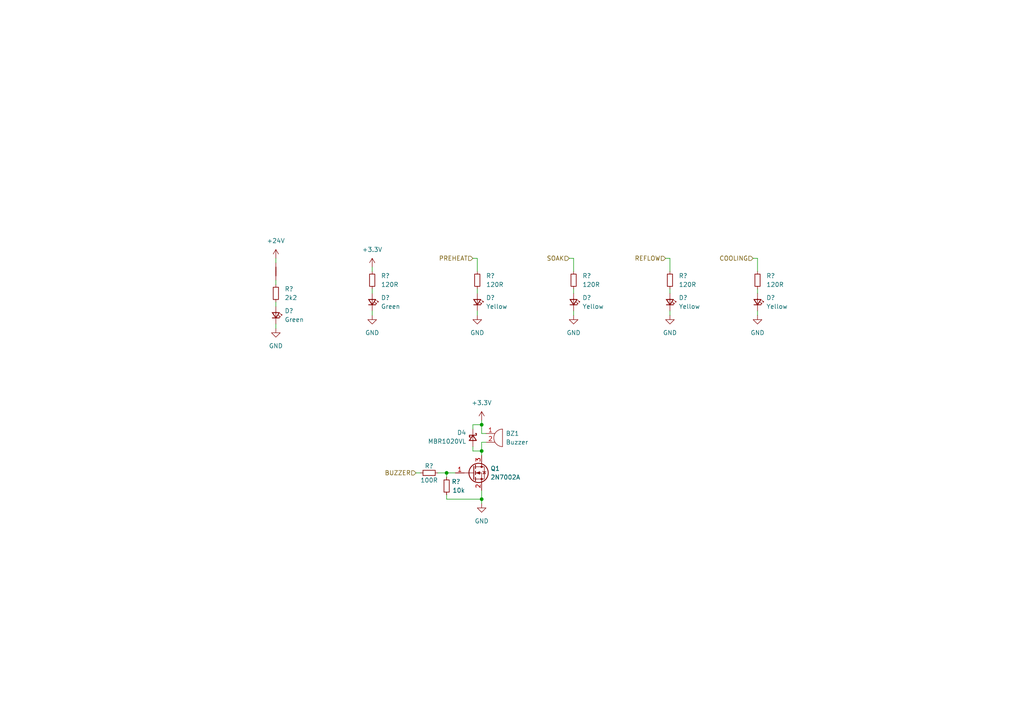
<source format=kicad_sch>
(kicad_sch (version 20230121) (generator eeschema)
  (paper "A4")
  (title_block (title "LEDs & Buzzer") (date "2023-11-29") (rev "${REVISION}") (company "Author: I. Kajdan") (comment 1 "Supervisor: A. Bondyra, Ph.D."))
  (lib_symbols
    (symbol "CMI-9605IC-0380T:CMI-9605IC-0380T" (pin_names (offset 0.0254) hide)
      (property "Reference" "BZ" (at 2.54 1.27 0))
      (property "Value" "Buzzer" (at 2.54 -1.27 0))
      (symbol "CMI-9605IC-0380T_0_1"
        (polyline (pts (xy 2.2352 2.54) (xy 2.2352 -2.5146)))
        (arc (start 2.2352 2.54) (mid -0.2824 0) (end 2.2352 -2.54))
      )
      (symbol "CMI-9605IC-0380T_1_1"
        (pin passive line (at -2.54 1.27 0) (length 2.54) (name "") (number "1"))
        (pin passive line (at -2.54 -1.27 0) (length 2.54) (name "") (number "2"))
      )
    )
    (symbol "Device:D_Schottky_Small" (pin_numbers hide) (pin_names (offset 0.254) hide)
      (property "Reference" "D" (at -1.27 2.032 0))
      (property "Value" "D_Schottky_Small" (at -7.112 -2.032 0))
      (symbol "D_Schottky_Small_0_1"
        (polyline (pts (xy -0.762 0) (xy 0.762 0)))
        (polyline (pts (xy 0.762 -1.016) (xy -0.762 0) (xy 0.762 1.016) (xy 0.762 -1.016)) (stroke (width 0.254)))
        (polyline (pts (xy -1.27 0.762) (xy -1.27 1.016) (xy -0.762 1.016) (xy -0.762 -1.016) (xy -0.254 -1.016) (xy -0.254 -0.762)) (stroke (width 0.254)))
      )
      (symbol "D_Schottky_Small_1_1"
        (pin passive line (at -2.54 0 0) (length 1.778) (name "K") (number "1"))
        (pin passive line (at 2.54 0 180) (length 1.778) (name "A") (number "2"))
      )
    )
    (symbol "Device:LED_Small" (pin_numbers hide) (pin_names (offset 0.254) hide)
      (property "Reference" "D" (at -1.27 3.175 0))
      (property "Value" "LED_Small" (at -4.445 -2.54 0))
      (symbol "LED_Small_0_1"
        (polyline (pts (xy -0.762 -1.016) (xy -0.762 1.016)) (stroke (width 0.254)))
        (polyline (pts (xy 1.016 0) (xy -0.762 0)))
        (polyline (pts (xy 0.762 -1.016) (xy -0.762 0) (xy 0.762 1.016) (xy 0.762 -1.016)) (stroke (width 0.254)))
        (polyline (pts (xy 0 0.762) (xy -0.508 1.27) (xy -0.254 1.27) (xy -0.508 1.27) (xy -0.508 1.016)))
        (polyline (pts (xy 0.508 1.27) (xy 0 1.778) (xy 0.254 1.778) (xy 0 1.778) (xy 0 1.524)))
      )
      (symbol "LED_Small_1_1"
        (pin passive line (at -2.54 0 0) (length 1.778) (name "K") (number "1"))
        (pin passive line (at 2.54 0 180) (length 1.778) (name "A") (number "2"))
      )
    )
    (symbol "Device:NetTie_2" (pin_numbers hide) (pin_names (offset 0) hide) (in_bom no)
      (property "Reference" "NT" (at 0 1.27 0))
      (property "Value" "NetTie_2" (at 0 -1.27 0))
      (symbol "NetTie_2_0_1"
        (polyline (pts (xy -1.27 0) (xy 1.27 0)) (stroke (width 0.254)))
      )
      (symbol "NetTie_2_1_1"
        (pin passive line (at -2.54 0 0) (length 2.54) (name "1") (number "1"))
        (pin passive line (at 2.54 0 180) (length 2.54) (name "2") (number "2"))
      )
    )
    (symbol "Device:R_Small" (pin_numbers hide) (pin_names (offset 0.254) hide)
      (property "Reference" "R" (at 0.762 0.508 0))
      (property "Value" "R_Small" (at 0.762 -1.016 0))
      (symbol "R_Small_0_1"
        (rectangle (start -0.762 1.778) (end 0.762 -1.778) (stroke (width 0.2032)))
      )
      (symbol "R_Small_1_1"
        (pin passive line (at 0 2.54 270) (length 0.762) (name "~") (number "1"))
        (pin passive line (at 0 -2.54 90) (length 0.762) (name "~") (number "2"))
      )
    )
    (symbol "Transistor_FET:2N7002" (pin_names hide)
      (property "Reference" "Q" (at 5.08 1.905 0))
      (property "Value" "2N7002" (at 5.08 0 0))
      (symbol "2N7002_0_1"
        (polyline (pts (xy 0.254 0) (xy -2.54 0)))
        (polyline (pts (xy 0.254 1.905) (xy 0.254 -1.905)) (stroke (width 0.254)))
        (polyline (pts (xy 0.762 -1.27) (xy 0.762 -2.286)) (stroke (width 0.254)))
        (polyline (pts (xy 0.762 0.508) (xy 0.762 -0.508)) (stroke (width 0.254)))
        (polyline (pts (xy 0.762 2.286) (xy 0.762 1.27)) (stroke (width 0.254)))
        (polyline (pts (xy 2.54 2.54) (xy 2.54 1.778)))
        (polyline (pts (xy 2.54 -2.54) (xy 2.54 0) (xy 0.762 0)))
        (polyline (pts (xy 0.762 -1.778) (xy 3.302 -1.778) (xy 3.302 1.778) (xy 0.762 1.778)))
        (polyline (pts (xy 1.016 0) (xy 2.032 0.381) (xy 2.032 -0.381) (xy 1.016 0)) (fill (type outline)))
        (polyline (pts (xy 2.794 0.508) (xy 2.921 0.381) (xy 3.683 0.381) (xy 3.81 0.254)))
        (polyline (pts (xy 3.302 0.381) (xy 2.921 -0.254) (xy 3.683 -0.254) (xy 3.302 0.381)))
        (circle (center 1.651 0) (radius 2.794) (stroke (width 0.254)))
        (circle (center 2.54 -1.778) (radius 0.254) (fill (type outline)))
        (circle (center 2.54 1.778) (radius 0.254) (fill (type outline)))
      )
      (symbol "2N7002_1_1"
        (pin input line (at -5.08 0 0) (length 2.54) (name "G") (number "1"))
        (pin passive line (at 2.54 -5.08 90) (length 2.54) (name "S") (number "2"))
        (pin passive line (at 2.54 5.08 270) (length 2.54) (name "D") (number "3"))
      )
    )
    (symbol "power:+24V" (power) (pin_names (offset 0))
      (property "Value" "+24V" (at 0 3.556 0))
      (symbol "+24V_0_1"
        (polyline (pts (xy -0.762 1.27) (xy 0 2.54)))
        (polyline (pts (xy 0 0) (xy 0 2.54)))
        (polyline (pts (xy 0 2.54) (xy 0.762 1.27)))
      )
      (symbol "+24V_1_1"
        (pin power_in line (at 0 0 90) (length 0) hide (name "+24V") (number "1"))
      )
    )
    (symbol "power:+3.3V" (power) (pin_names (offset 0))
      (property "Value" "+3.3V" (at 0 3.556 0))
      (symbol "+3.3V_0_1"
        (polyline (pts (xy -0.762 1.27) (xy 0 2.54)))
        (polyline (pts (xy 0 0) (xy 0 2.54)))
        (polyline (pts (xy 0 2.54) (xy 0.762 1.27)))
      )
      (symbol "+3.3V_1_1"
        (pin power_in line (at 0 0 90) (length 0) hide (name "+3.3V") (number "1"))
      )
    )
    (symbol "power:GND" (power) (pin_names (offset 0))
      (property "Value" "GND" (at 0 -3.81 0))
      (symbol "GND_0_1"
        (polyline (pts (xy 0 0) (xy 0 -1.27) (xy 1.27 -1.27) (xy 0 -2.54) (xy -1.27 -1.27) (xy 0 -1.27)))
      )
      (symbol "GND_1_1"
        (pin power_in line (at 0 0 270) (length 0) hide (name "GND") (number "1"))
      )
    )
  )
  (junction (at 139.7 130.81))
  (junction (at 139.7 144.78))
  (junction (at 129.54 137.16))
  (junction (at 139.7 123.19))
  (wire (pts (xy 80.01 93.98) (xy 80.01 95.25)))
  (wire (pts (xy 129.54 137.16) (xy 129.54 138.43)))
  (wire (pts (xy 138.43 83.82) (xy 138.43 85.09)))
  (wire (pts (xy 137.16 123.19) (xy 137.16 124.46)))
  (wire (pts (xy 137.16 130.81) (xy 139.7 130.81)))
  (wire (pts (xy 140.97 125.73) (xy 139.7 125.73)))
  (wire (pts (xy 139.7 128.27) (xy 140.97 128.27)))
  (wire (pts (xy 139.7 123.19) (xy 139.7 125.73)))
  (wire (pts (xy 139.7 128.27) (xy 139.7 130.81)))
  (wire (pts (xy 219.71 83.82) (xy 219.71 85.09)))
  (wire (pts (xy 129.54 144.78) (xy 139.7 144.78)))
  (wire (pts (xy 129.54 137.16) (xy 132.08 137.16)))
  (wire (pts (xy 107.95 83.82) (xy 107.95 85.09)))
  (wire (pts (xy 194.31 74.93) (xy 194.31 78.74)))
  (wire (pts (xy 219.71 74.93) (xy 219.71 78.74)))
  (wire (pts (xy 166.37 74.93) (xy 166.37 78.74)))
  (wire (pts (xy 137.16 123.19) (xy 139.7 123.19)))
  (wire (pts (xy 127 137.16) (xy 129.54 137.16)))
  (wire (pts (xy 194.31 90.17) (xy 194.31 91.44)))
  (wire (pts (xy 219.71 90.17) (xy 219.71 91.44)))
  (wire (pts (xy 80.01 87.63) (xy 80.01 88.9)))
  (wire (pts (xy 194.31 83.82) (xy 194.31 85.09)))
  (wire (pts (xy 139.7 121.92) (xy 139.7 123.19)))
  (wire (pts (xy 193.04 74.93) (xy 194.31 74.93)))
  (wire (pts (xy 107.95 90.17) (xy 107.95 91.44)))
  (wire (pts (xy 139.7 142.24) (xy 139.7 144.78)))
  (wire (pts (xy 137.16 74.93) (xy 138.43 74.93)))
  (wire (pts (xy 139.7 130.81) (xy 139.7 132.08)))
  (wire (pts (xy 139.7 144.78) (xy 139.7 146.05)))
  (wire (pts (xy 129.54 143.51) (xy 129.54 144.78)))
  (wire (pts (xy 138.43 74.93) (xy 138.43 78.74)))
  (wire (pts (xy 165.1 74.93) (xy 166.37 74.93)))
  (wire (pts (xy 166.37 90.17) (xy 166.37 91.44)))
  (wire (pts (xy 107.95 77.47) (xy 107.95 78.74)))
  (wire (pts (xy 166.37 83.82) (xy 166.37 85.09)))
  (wire (pts (xy 137.16 130.81) (xy 137.16 129.54)))
  (wire (pts (xy 138.43 90.17) (xy 138.43 91.44)))
  (wire (pts (xy 120.65 137.16) (xy 121.92 137.16)))
  (wire (pts (xy 80.01 74.93) (xy 80.01 76.2)))
  (wire (pts (xy 80.01 81.28) (xy 80.01 82.55)))
  (wire (pts (xy 218.44 74.93) (xy 219.71 74.93)))
  (hierarchical_label "REFLOW" (shape input) (at 193.04 74.93 180))
  (hierarchical_label "SOAK" (shape input) (at 165.1 74.93 180))
  (hierarchical_label "BUZZER" (shape input) (at 120.65 137.16 180))
  (hierarchical_label "PREHEAT" (shape input) (at 137.16 74.93 180))
  (hierarchical_label "COOLING" (shape input) (at 218.44 74.93 180))
  (symbol (lib_id "power:GND") (at 219.71 91.44 0) (unit 1)
    (property "Reference" "#PWR?" (effects hide))
    (property "Value" "GND" (at 219.71 96.52 0))
    (instances (project "control_board" (path "" (reference "#PWR?") (unit 1)) (path "" (reference "#PWR055") (unit 1))) (project "suspension_tension_meter" (path "" (reference "#PWR?") (unit 1))))
  )
  (symbol (lib_id "Device:R_Small") (at 107.95 81.28 0) (mirror y) (unit 1)
    (property "Reference" "R?" (at 110.49 80.01 0) (effects (justify right)))
    (property "Value" "120R" (at 110.49 82.55 0) (effects (justify right)))
    (property "Footprint" "Resistor_SMD:R_0603_1608Metric" (effects hide))
    (instances (project "control_board" (path "" (reference "R?") (unit 1)) (path "" (reference "R16") (unit 1))))
  )
  (symbol (lib_id "power:GND") (at 194.31 91.44 0) (unit 1)
    (property "Reference" "#PWR?" (effects hide))
    (property "Value" "GND" (at 194.31 96.52 0))
    (instances (project "control_board" (path "" (reference "#PWR?") (unit 1)) (path "" (reference "#PWR054") (unit 1))) (project "suspension_tension_meter" (path "" (reference "#PWR?") (unit 1))))
  )
  (symbol (lib_id "power:+3.3V") (at 107.95 77.47 0) (unit 1)
    (property "Reference" "#PWR?" (effects hide))
    (property "Value" "+3.3V" (at 107.95 72.39 0))
    (instances (project "control_board" (path "" (reference "#PWR?") (unit 1)) (path "" (reference "#PWR048") (unit 1))))
  )
  (symbol (lib_id "Device:NetTie_2") (at 80.01 78.74 90) (unit 1) (in_bom no)
    (property "Reference" "NT1" (effects hide))
    (property "Value" "NetTie_2" (effects hide))
    (property "Footprint" "Local_Library:NetTie-2_SMD_Pad0.2mm" (effects hide))
  )
  (symbol (lib_id "power:GND") (at 166.37 91.44 0) (unit 1)
    (property "Reference" "#PWR?" (effects hide))
    (property "Value" "GND" (at 166.37 96.52 0))
    (instances (project "control_board" (path "" (reference "#PWR?") (unit 1)) (path "" (reference "#PWR053") (unit 1))) (project "suspension_tension_meter" (path "" (reference "#PWR?") (unit 1))))
  )
  (symbol (lib_id "Device:R_Small") (at 129.54 140.97 180) (unit 1)
    (property "Reference" "R?" (at 130.9878 139.7 0) (effects (justify right)))
    (property "Value" "10k" (at 131.2164 142.24 0) (effects (justify right)))
    (property "Footprint" "Resistor_SMD:R_0603_1608Metric" (effects hide))
    (instances (project "control_board" (path "" (reference "R?") (unit 1)) (path "" (reference "R18") (unit 1))) (project "Traction_Control_System" (path "" (reference "R?") (unit 1)) (path "" (reference "R?") (unit 1))))
  )
  (symbol (lib_id "Device:R_Small") (at 219.71 81.28 0) (mirror y) (unit 1)
    (property "Reference" "R?" (at 222.25 80.01 0) (effects (justify right)))
    (property "Value" "120R" (at 222.25 82.55 0) (effects (justify right)))
    (property "Footprint" "Resistor_SMD:R_0603_1608Metric" (effects hide))
    (instances (project "control_board" (path "" (reference "R?") (unit 1)) (path "" (reference "R22") (unit 1))) (project "suspension_tension_meter" (path "" (reference "R?") (unit 1))))
  )
  (symbol (lib_id "Device:R_Small") (at 80.01 85.09 0) (mirror y) (unit 1)
    (property "Reference" "R?" (at 82.55 83.82 0) (effects (justify right)))
    (property "Value" "2k2" (at 82.55 86.36 0) (effects (justify right)))
    (property "Footprint" "Resistor_SMD:R_0603_1608Metric" (effects hide))
    (instances (project "control_board" (path "" (reference "R?") (unit 1)) (path "" (reference "R15") (unit 1))))
  )
  (symbol (lib_id "Device:LED_Small") (at 194.31 87.63 270) (mirror x) (unit 1)
    (property "Reference" "D?" (at 196.85 86.36 90) (effects (justify left)))
    (property "Value" "Yellow" (at 196.85 88.9 90) (effects (justify left)))
    (property "Footprint" "LED_SMD:LED_0603_1608Metric" (effects hide))
    (instances (project "control_board" (path "" (reference "D?") (unit 1)) (path "" (reference "D7") (unit 1))))
  )
  (symbol (lib_id "power:GND") (at 80.01 95.25 0) (unit 1)
    (property "Reference" "#PWR?" (effects hide))
    (property "Value" "GND" (at 80.01 100.33 0))
    (instances (project "control_board" (path "" (reference "#PWR?") (unit 1)) (path "" (reference "#PWR047") (unit 1))))
  )
  (symbol (lib_id "power:GND") (at 107.95 91.44 0) (unit 1)
    (property "Reference" "#PWR?" (effects hide))
    (property "Value" "GND" (at 107.95 96.52 0))
    (instances (project "control_board" (path "" (reference "#PWR?") (unit 1)) (path "" (reference "#PWR049") (unit 1))))
  )
  (symbol (lib_id "power:+3.3V") (at 139.7 121.92 0) (unit 1)
    (property "Reference" "#PWR?" (effects hide))
    (property "Value" "+3.3V" (at 139.7 116.84 0))
    (instances (project "control_board" (path "" (reference "#PWR?") (unit 1)) (path "" (reference "#PWR051") (unit 1))))
  )
  (symbol (lib_id "Device:R_Small") (at 124.46 137.16 270) (unit 1)
    (property "Reference" "R?" (at 124.46 134.4422 90) (effects (justify top)))
    (property "Value" "100R" (at 124.46 139.2936 90))
    (property "Footprint" "Resistor_SMD:R_0603_1608Metric" (effects hide))
    (instances (project "control_board" (path "" (reference "R?") (unit 1)) (path "" (reference "R17") (unit 1))) (project "Traction_Control_System" (path "" (reference "R?") (unit 1)) (path "" (reference "R?") (unit 1))))
  )
  (symbol (lib_id "Device:D_Schottky_Small") (at 137.16 127 270) (unit 1)
    (property "Reference" "D4" (at 135.255 125.476 90) (effects (justify right)))
    (property "Value" "MBR1020VL" (at 135.255 128.016 90) (effects (justify right)))
    (property "Footprint" "Diode_SMD:D_SOD-123F" (effects hide))
    (property "Datasheet" "https://www.mouser.pl/datasheet/2/1057/MBR1020VL-1869911.pdf" (effects hide))
  )
  (symbol (lib_id "Device:R_Small") (at 194.31 81.28 0) (mirror y) (unit 1)
    (property "Reference" "R?" (at 196.85 80.01 0) (effects (justify right)))
    (property "Value" "120R" (at 196.85 82.55 0) (effects (justify right)))
    (property "Footprint" "Resistor_SMD:R_0603_1608Metric" (effects hide))
    (instances (project "control_board" (path "" (reference "R?") (unit 1)) (path "" (reference "R21") (unit 1))) (project "suspension_tension_meter" (path "" (reference "R?") (unit 1))))
  )
  (symbol (lib_id "Device:LED_Small") (at 80.01 91.44 270) (mirror x) (unit 1)
    (property "Reference" "D?" (at 82.55 90.17 90) (effects (justify left)))
    (property "Value" "Green" (at 82.55 92.71 90) (effects (justify left)))
    (property "Footprint" "LED_SMD:LED_0603_1608Metric" (effects hide))
    (instances (project "control_board" (path "" (reference "D?") (unit 1)) (path "" (reference "D2") (unit 1))))
  )
  (symbol (lib_id "Device:LED_Small") (at 107.95 87.63 270) (mirror x) (unit 1)
    (property "Reference" "D?" (at 110.49 86.36 90) (effects (justify left)))
    (property "Value" "Green" (at 110.49 88.9 90) (effects (justify left)))
    (property "Footprint" "LED_SMD:LED_0603_1608Metric" (effects hide))
    (instances (project "control_board" (path "" (reference "D?") (unit 1)) (path "" (reference "D3") (unit 1))))
  )
  (symbol (lib_id "Device:LED_Small") (at 138.43 87.63 270) (mirror x) (unit 1)
    (property "Reference" "D?" (at 140.97 86.36 90) (effects (justify left)))
    (property "Value" "Yellow" (at 140.97 88.9 90) (effects (justify left)))
    (property "Footprint" "LED_SMD:LED_0603_1608Metric" (effects hide))
    (instances (project "control_board" (path "" (reference "D?") (unit 1)) (path "" (reference "D5") (unit 1))))
  )
  (symbol (lib_id "Device:R_Small") (at 166.37 81.28 0) (mirror y) (unit 1)
    (property "Reference" "R?" (at 168.91 80.01 0) (effects (justify right)))
    (property "Value" "120R" (at 168.91 82.55 0) (effects (justify right)))
    (property "Footprint" "Resistor_SMD:R_0603_1608Metric" (effects hide))
    (instances (project "control_board" (path "" (reference "R?") (unit 1)) (path "" (reference "R20") (unit 1))) (project "suspension_tension_meter" (path "" (reference "R?") (unit 1))))
  )
  (symbol (lib_id "Device:R_Small") (at 138.43 81.28 0) (mirror y) (unit 1)
    (property "Reference" "R?" (at 140.97 80.01 0) (effects (justify right)))
    (property "Value" "120R" (at 140.97 82.55 0) (effects (justify right)))
    (property "Footprint" "Resistor_SMD:R_0603_1608Metric" (effects hide))
    (instances (project "control_board" (path "" (reference "R?") (unit 1)) (path "" (reference "R19") (unit 1))) (project "suspension_tension_meter" (path "" (reference "R?") (unit 1))))
  )
  (symbol (lib_id "CMI-9605IC-0380T:CMI-9605IC-0380T") (at 143.51 127 0) (unit 1)
    (property "Reference" "BZ1" (at 146.685 125.73 0) (effects (justify left)))
    (property "Value" "Buzzer" (at 146.685 128.27 0) (effects (justify left)))
    (property "Footprint" "Local_Library:CMI-9605IC-0380T" (effects hide))
    (property "Datasheet" "https://www.cuidevices.com/product/resource/cmi-9605ic-0380t.pdf" (effects hide))
  )
  (symbol (lib_id "Device:LED_Small") (at 219.71 87.63 270) (mirror x) (unit 1)
    (property "Reference" "D?" (at 222.25 86.36 90) (effects (justify left)))
    (property "Value" "Yellow" (at 222.25 88.9 90) (effects (justify left)))
    (property "Footprint" "LED_SMD:LED_0603_1608Metric" (effects hide))
    (instances (project "control_board" (path "" (reference "D?") (unit 1)) (path "" (reference "D8") (unit 1))))
  )
  (symbol (lib_id "power:GND") (at 138.43 91.44 0) (unit 1)
    (property "Reference" "#PWR?" (effects hide))
    (property "Value" "GND" (at 138.43 96.52 0))
    (instances (project "control_board" (path "" (reference "#PWR?") (unit 1)) (path "" (reference "#PWR050") (unit 1))) (project "suspension_tension_meter" (path "" (reference "#PWR?") (unit 1))))
  )
  (symbol (lib_id "Device:LED_Small") (at 166.37 87.63 270) (mirror x) (unit 1)
    (property "Reference" "D?" (at 168.91 86.36 90) (effects (justify left)))
    (property "Value" "Yellow" (at 168.91 88.9 90) (effects (justify left)))
    (property "Footprint" "LED_SMD:LED_0603_1608Metric" (effects hide))
    (instances (project "control_board" (path "" (reference "D?") (unit 1)) (path "" (reference "D6") (unit 1))))
  )
  (symbol (lib_id "power:+24V") (at 80.01 74.93 0) (unit 1)
    (property "Reference" "#PWR02" (effects hide))
    (property "Value" "+24V" (at 80.01 69.85 0))
    (instances (project "control_board" (path "" (reference "#PWR02") (unit 1))) (project "control_board" (path "" (reference "#PWR04") (unit 1)) (path "" (reference "#PWR023") (unit 1)) (path "" (reference "#PWR046") (unit 1))))
  )
  (symbol (lib_id "power:GND") (at 139.7 146.05 0) (unit 1)
    (property "Reference" "#PWR?" (effects hide))
    (property "Value" "GND" (at 139.7 151.13 0))
    (instances (project "control_board" (path "" (reference "#PWR?") (unit 1)) (path "" (reference "#PWR052") (unit 1))) (project "Traction_Control_System" (path "" (reference "#PWR?") (unit 1)) (path "" (reference "#PWR?") (unit 1))))
  )
  (symbol (lib_id "Transistor_FET:2N7002") (at 137.16 137.16 0) (unit 1)
    (property "Reference" "Q1" (at 142.24 135.89 0) (effects (justify left)))
    (property "Value" "2N7002A" (at 142.24 138.43 0) (effects (justify left)))
    (property "Footprint" "Package_TO_SOT_SMD:SOT-23" (effects hide))
    (property "Datasheet" "https://www.onsemi.com/pub/Collateral/NDS7002A-D.PDF" (effects hide))
  )
)
</source>
